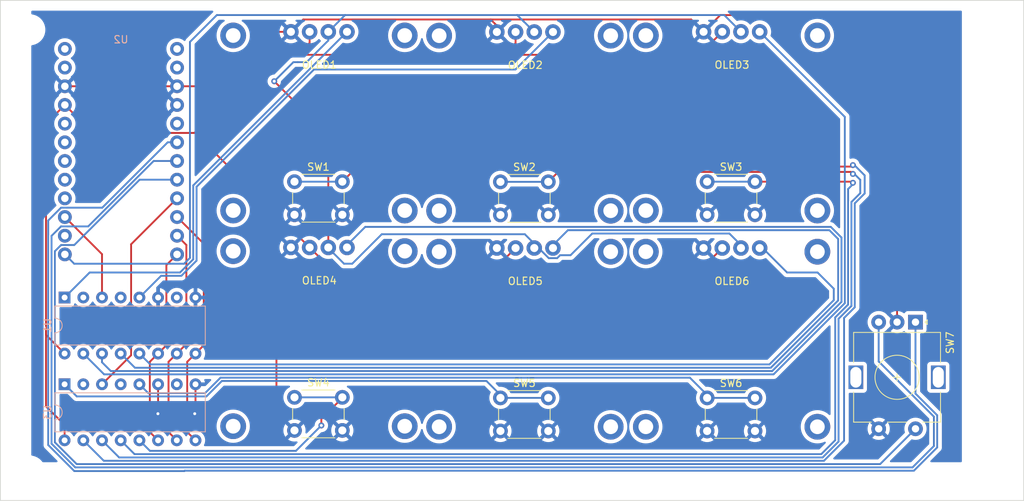
<source format=kicad_pcb>
(kicad_pcb (version 20211014) (generator pcbnew)
  (layers (0 "F.Cu" signal) (31 "B.Cu" signal) (34 "B.Paste" user) (35 "F.Paste" user) (36 "B.SilkS" user "B.Silkscreen") (37 "F.SilkS" user "F.Silkscreen") (38 "B.Mask" user) (39 "F.Mask" user) (44 "Edge.Cuts" user))
  (net 0 "")
  (net 1 "GND")
  (net 2 "3v3")
  (net 3 "SCL")
  (net 4 "OLED_SDA_1")
  (net 5 "OLED_SDA_2")
  (net 6 "OLED_SDA_3")
  (net 7 "OLED_SDA_4")
  (net 8 "OLED_SDA_5")
  (net 9 "OLED_SDA_6")
  (net 10 "SW_1")
  (net 11 "SW_2")
  (net 12 "SW_3")
  (net 13 "SW_4")
  (net 14 "SW_5")
  (net 15 "SW_6")
  (net 16 "ROTARY_A")
  (net 17 "ROTARY_B")
  (net 18 "ROTARY_SW")
  (net 20 "OLED_SDA")
  (net 23 "ADDR2")
  (net 24 "ADDR1")
  (net 25 "ADDR0")
  (net 29 "SWITCH_SIG")
  (footprint "Button_Switch_THT:SW_PUSH_6mm_H4.3mm" (layer "F.Cu") (at 117.95 60.65)
    (fp_text reference "SW1" (at 3.25 -2) (layer "F.SilkS"))
    (fp_text value "SW_SPST")
    (fp_line (start 5.5 -1) (end 1 -1) (layer "F.SilkS") (width 0.12))
    (fp_line (start 6.75 3) (end 6.75 1.5) (layer "F.SilkS") (width 0.12))
    (fp_line (start 1 5.5) (end 5.5 5.5) (layer "F.SilkS") (width 0.12))
    (fp_line (start -0.25 1.5) (end -0.25 3) (layer "F.SilkS") (width 0.12))
    (pad "1" thru_hole circle (at 0 0 90) (size 2 2) (drill 1.1) (layers *.Cu *.Mask) (net 10 "SW_1"))
    (pad "1" thru_hole circle (at 6.5 0 90) (size 2 2) (drill 1.1) (layers *.Cu *.Mask) (net 10 "SW_1"))
    (pad "2" thru_hole circle (at 6.5 4.5 90) (size 2 2) (drill 1.1) (layers *.Cu *.Mask) (net 1 "GND"))
    (pad "2" thru_hole circle (at 0 4.5 90) (size 2 2) (drill 1.1) (layers *.Cu *.Mask) (net 1 "GND"))
  )
  (footprint "MountingHole:MountingHole_3.2mm_M3" (layer "F.Cu") (at 82 100)
    (fp_text reference "REF**" hide)
    (fp_text value "MountingHole_3.2mm_M3" hide)
    (pad "" np_thru_hole circle (at 0 0) (size 3.2 3.2) (drill 3.2) (layers F&B.Cu *.Mask))
  )
  (footprint "MountingHole:MountingHole_3.2mm_M3" (layer "F.Cu") (at 82 40)
    (fp_text reference "REF**" hide)
    (fp_text value "MountingHole_3.2mm_M3" hide)
    (pad "" np_thru_hole circle (at 0 0) (size 3.2 3.2) (drill 3.2) (layers F&B.Cu *.Mask))
  )
  (footprint "Custom:SSD1306_0.96in" (layer "F.Cu") (at 135.6 38.8)
    (fp_text reference "OLED2" (at 13.7 6 unlocked) (layer "F.SilkS"))
    (fp_text value "ssd1306_0.96in")
    (pad "" np_thru_hole circle (at 25.3 25.8) (size 3.5 3.5) (drill 2) (layers F&B.Cu *.Mask))
    (pad "" np_thru_hole circle (at 2 2) (size 3.5 3.5) (drill 2) (layers F&B.Cu *.Mask))
    (pad "" np_thru_hole circle (at 2 25.8) (size 3.5 3.5) (drill 2) (layers F&B.Cu *.Mask))
    (pad "" np_thru_hole circle (at 25.3 2) (size 3.5 3.5) (drill 2) (layers F&B.Cu *.Mask))
    (pad "1" thru_hole circle (at 9.84 1.5) (size 2.1 2.1) (drill 1.1) (layers *.Mask "F.Cu" "In1.Cu" "B.Cu") (net 1 "GND"))
    (pad "2" thru_hole circle (at 12.38 1.5) (size 2.1 2.1) (drill 1.1) (layers *.Mask "F.Cu" "In1.Cu" "B.Cu") (net 2 "3v3"))
    (pad "3" thru_hole circle (at 14.92 1.5) (size 2.1 2.1) (drill 1.1) (layers *.Mask "F.Cu" "In1.Cu" "B.Cu") (net 3 "SCL"))
    (pad "4" thru_hole circle (at 17.46 1.5) (size 2.1 2.1) (drill 1.1) (layers *.Mask "F.Cu" "In1.Cu" "B.Cu") (net 5 "OLED_SDA_2"))
  )
  (footprint "Custom:SSD1306_0.96in" (layer "F.Cu") (at 107.625 68.1)
    (fp_text reference "OLED4" (at 13.7 6 unlocked) (layer "F.SilkS"))
    (fp_text value "ssd1306_0.96in")
    (pad "" np_thru_hole circle (at 2 2) (size 3.5 3.5) (drill 2) (layers F&B.Cu *.Mask))
    (pad "" np_thru_hole circle (at 25.3 25.8) (size 3.5 3.5) (drill 2) (layers F&B.Cu *.Mask))
    (pad "" np_thru_hole circle (at 2 25.8) (size 3.5 3.5) (drill 2) (layers F&B.Cu *.Mask))
    (pad "" np_thru_hole circle (at 25.3 2) (size 3.5 3.5) (drill 2) (layers F&B.Cu *.Mask))
    (pad "1" thru_hole circle (at 9.84 1.5) (size 2.1 2.1) (drill 1.1) (layers *.Mask "F.Cu" "In1.Cu" "B.Cu") (net 1 "GND"))
    (pad "2" thru_hole circle (at 12.38 1.5) (size 2.1 2.1) (drill 1.1) (layers *.Mask "F.Cu" "In1.Cu" "B.Cu") (net 2 "3v3"))
    (pad "3" thru_hole circle (at 14.92 1.5) (size 2.1 2.1) (drill 1.1) (layers *.Mask "F.Cu" "In1.Cu" "B.Cu") (net 3 "SCL"))
    (pad "4" thru_hole circle (at 17.46 1.5) (size 2.1 2.1) (drill 1.1) (layers *.Mask "F.Cu" "In1.Cu" "B.Cu") (net 7 "OLED_SDA_4"))
  )
  (footprint "Custom:SSD1306_0.96in" (layer "F.Cu") (at 163.675 38.775)
    (fp_text reference "OLED3" (at 13.7 6 unlocked) (layer "F.SilkS"))
    (fp_text value "ssd1306_0.96in")
    (pad "" np_thru_hole circle (at 25.3 2) (size 3.5 3.5) (drill 2) (layers F&B.Cu *.Mask))
    (pad "" np_thru_hole circle (at 2 2) (size 3.5 3.5) (drill 2) (layers F&B.Cu *.Mask))
    (pad "" np_thru_hole circle (at 25.3 25.8) (size 3.5 3.5) (drill 2) (layers F&B.Cu *.Mask))
    (pad "" np_thru_hole circle (at 2 25.8) (size 3.5 3.5) (drill 2) (layers F&B.Cu *.Mask))
    (pad "1" thru_hole circle (at 9.84 1.5) (size 2.1 2.1) (drill 1.1) (layers *.Mask "F.Cu" "In1.Cu" "B.Cu") (net 1 "GND"))
    (pad "2" thru_hole circle (at 12.38 1.5) (size 2.1 2.1) (drill 1.1) (layers *.Mask "F.Cu" "In1.Cu" "B.Cu") (net 2 "3v3"))
    (pad "3" thru_hole circle (at 14.92 1.5) (size 2.1 2.1) (drill 1.1) (layers *.Mask "F.Cu" "In1.Cu" "B.Cu") (net 3 "SCL"))
    (pad "4" thru_hole circle (at 17.46 1.5) (size 2.1 2.1) (drill 1.1) (layers *.Mask "F.Cu" "In1.Cu" "B.Cu") (net 6 "OLED_SDA_3"))
  )
  (footprint "Custom:SSD1306_0.96in" (layer "F.Cu") (at 163.675 68.175)
    (fp_text reference "OLED6" (at 13.7 6 unlocked) (layer "F.SilkS"))
    (fp_text value "ssd1306_0.96in")
    (pad "" np_thru_hole circle (at 25.3 25.8) (size 3.5 3.5) (drill 2) (layers F&B.Cu *.Mask))
    (pad "" np_thru_hole circle (at 25.3 2) (size 3.5 3.5) (drill 2) (layers F&B.Cu *.Mask))
    (pad "" np_thru_hole circle (at 2 25.8) (size 3.5 3.5) (drill 2) (layers F&B.Cu *.Mask))
    (pad "" np_thru_hole circle (at 2 2) (size 3.5 3.5) (drill 2) (layers F&B.Cu *.Mask))
    (pad "1" thru_hole circle (at 9.84 1.5) (size 2.1 2.1) (drill 1.1) (layers *.Mask "F.Cu" "In1.Cu" "B.Cu") (net 1 "GND"))
    (pad "2" thru_hole circle (at 12.38 1.5) (size 2.1 2.1) (drill 1.1) (layers *.Mask "F.Cu" "In1.Cu" "B.Cu") (net 2 "3v3"))
    (pad "3" thru_hole circle (at 14.92 1.5) (size 2.1 2.1) (drill 1.1) (layers *.Mask "F.Cu" "In1.Cu" "B.Cu") (net 3 "SCL"))
    (pad "4" thru_hole circle (at 17.46 1.5) (size 2.1 2.1) (drill 1.1) (layers *.Mask "F.Cu" "In1.Cu" "B.Cu") (net 9 "OLED_SDA_6"))
  )
  (footprint "Button_Switch_THT:SW_PUSH_6mm_H4.3mm" (layer "F.Cu") (at 145.925 60.675)
    (fp_text reference "SW2" (at 3.25 -2) (layer "F.SilkS"))
    (fp_text value "SW_SPST")
    (fp_line (start 1 5.5) (end 5.5 5.5) (layer "F.SilkS") (width 0.12))
    (fp_line (start 5.5 -1) (end 1 -1) (layer "F.SilkS") (width 0.12))
    (fp_line (start 6.75 3) (end 6.75 1.5) (layer "F.SilkS") (width 0.12))
    (fp_line (start -0.25 1.5) (end -0.25 3) (layer "F.SilkS") (width 0.12))
    (pad "1" thru_hole circle (at 0 0 90) (size 2 2) (drill 1.1) (layers *.Cu *.Mask) (net 11 "SW_2"))
    (pad "1" thru_hole circle (at 6.5 0 90) (size 2 2) (drill 1.1) (layers *.Cu *.Mask) (net 11 "SW_2"))
    (pad "2" thru_hole circle (at 0 4.5 90) (size 2 2) (drill 1.1) (layers *.Cu *.Mask) (net 1 "GND"))
    (pad "2" thru_hole circle (at 6.5 4.5 90) (size 2 2) (drill 1.1) (layers *.Cu *.Mask) (net 1 "GND"))
  )
  (footprint "Button_Switch_THT:SW_PUSH_6mm_H4.3mm" (layer "F.Cu") (at 174 60.65)
    (fp_text reference "SW3" (at 3.25 -2) (layer "F.SilkS"))
    (fp_text value "SW_SPST")
    (fp_line (start 6.75 3) (end 6.75 1.5) (layer "F.SilkS") (width 0.12))
    (fp_line (start -0.25 1.5) (end -0.25 3) (layer "F.SilkS") (width 0.12))
    (fp_line (start 1 5.5) (end 5.5 5.5) (layer "F.SilkS") (width 0.12))
    (fp_line (start 5.5 -1) (end 1 -1) (layer "F.SilkS") (width 0.12))
    (pad "1" thru_hole circle (at 0 0 90) (size 2 2) (drill 1.1) (layers *.Cu *.Mask) (net 12 "SW_3"))
    (pad "1" thru_hole circle (at 6.5 0 90) (size 2 2) (drill 1.1) (layers *.Cu *.Mask) (net 12 "SW_3"))
    (pad "2" thru_hole circle (at 6.5 4.5 90) (size 2 2) (drill 1.1) (layers *.Cu *.Mask) (net 1 "GND"))
    (pad "2" thru_hole circle (at 0 4.5 90) (size 2 2) (drill 1.1) (layers *.Cu *.Mask) (net 1 "GND"))
  )
  (footprint "MountingHole:MountingHole_3.2mm_M3" (layer "F.Cu") (at 213 99.8)
    (fp_text reference "REF**" hide)
    (fp_text value "MountingHole_3.2mm_M3" hide)
    (pad "" np_thru_hole circle (at 0 0) (size 3.2 3.2) (drill 3.2) (layers F&B.Cu *.Mask))
  )
  (footprint "Custom:SSD1306_0.96in" (layer "F.Cu") (at 135.6 68.175)
    (fp_text reference "OLED5" (at 13.7 6 unlocked) (layer "F.SilkS"))
    (fp_text value "ssd1306_0.96in")
    (pad "" np_thru_hole circle (at 2 2) (size 3.5 3.5) (drill 2) (layers F&B.Cu *.Mask))
    (pad "" np_thru_hole circle (at 25.3 2) (size 3.5 3.5) (drill 2) (layers F&B.Cu *.Mask))
    (pad "" np_thru_hole circle (at 25.3 25.8) (size 3.5 3.5) (drill 2) (layers F&B.Cu *.Mask))
    (pad "" np_thru_hole circle (at 2 25.8) (size 3.5 3.5) (drill 2) (layers F&B.Cu *.Mask))
    (pad "1" thru_hole circle (at 9.84 1.5) (size 2.1 2.1) (drill 1.1) (layers *.Mask "F.Cu" "In1.Cu" "B.Cu") (net 1 "GND"))
    (pad "2" thru_hole circle (at 12.38 1.5) (size 2.1 2.1) (drill 1.1) (layers *.Mask "F.Cu" "In1.Cu" "B.Cu") (net 2 "3v3"))
    (pad "3" thru_hole circle (at 14.92 1.5) (size 2.1 2.1) (drill 1.1) (layers *.Mask "F.Cu" "In1.Cu" "B.Cu") (net 3 "SCL"))
    (pad "4" thru_hole circle (at 17.46 1.5) (size 2.1 2.1) (drill 1.1) (layers *.Mask "F.Cu" "In1.Cu" "B.Cu") (net 8 "OLED_SDA_5"))
  )
  (footprint "Button_Switch_THT:SW_PUSH_6mm_H4.3mm" (layer "F.Cu") (at 174 90.05)
    (fp_text reference "SW6" (at 3.25 -2) (layer "F.SilkS"))
    (fp_text value "SW_SPST")
    (fp_line (start 5.5 -1) (end 1 -1) (layer "F.SilkS") (width 0.12))
    (fp_line (start 1 5.5) (end 5.5 5.5) (layer "F.SilkS") (width 0.12))
    (fp_line (start -0.25 1.5) (end -0.25 3) (layer "F.SilkS") (width 0.12))
    (fp_line (start 6.75 3) (end 6.75 1.5) (layer "F.SilkS") (width 0.12))
    (pad "1" thru_hole circle (at 6.5 0 90) (size 2 2) (drill 1.1) (layers *.Cu *.Mask) (net 15 "SW_6"))
    (pad "1" thru_hole circle (at 0 0 90) (size 2 2) (drill 1.1) (layers *.Cu *.Mask) (net 15 "SW_6"))
    (pad "2" thru_hole circle (at 6.5 4.5 90) (size 2 2) (drill 1.1) (layers *.Cu *.Mask) (net 1 "GND"))
    (pad "2" thru_hole circle (at 0 4.5 90) (size 2 2) (drill 1.1) (layers *.Cu *.Mask) (net 1 "GND"))
  )
  (footprint "MountingHole:MountingHole_3.2mm_M3" (layer "F.Cu") (at 213 39.8)
    (fp_text reference "REF**" hide)
    (fp_text value "MountingHole_3.2mm_M3" hide)
    (pad "" np_thru_hole circle (at 0 0) (size 3.2 3.2) (drill 3.2) (layers *.Cu *.Mask))
  )
  (footprint "Button_Switch_THT:SW_PUSH_6mm_H4.3mm" (layer "F.Cu") (at 145.925 90.05)
    (fp_text reference "SW5" (at 3.25 -2) (layer "F.SilkS"))
    (fp_text value "SW_SPST")
    (fp_line (start 5.5 -1) (end 1 -1) (layer "F.SilkS") (width 0.12))
    (fp_line (start 6.75 3) (end 6.75 1.5) (layer "F.SilkS") (width 0.12))
    (fp_line (start -0.25 1.5) (end -0.25 3) (layer "F.SilkS") (width 0.12))
    (fp_line (start 1 5.5) (end 5.5 5.5) (layer "F.SilkS") (width 0.12))
    (pad "1" thru_hole circle (at 0 0 90) (size 2 2) (drill 1.1) (layers *.Cu *.Mask) (net 14 "SW_5"))
    (pad "1" thru_hole circle (at 6.5 0 90) (size 2 2) (drill 1.1) (layers *.Cu *.Mask) (net 14 "SW_5"))
    (pad "2" thru_hole circle (at 0 4.5 90) (size 2 2) (drill 1.1) (layers *.Cu *.Mask) (net 1 "GND"))
    (pad "2" thru_hole circle (at 6.5 4.5 90) (size 2 2) (drill 1.1) (layers *.Cu *.Mask) (net 1 "GND"))
  )
  (footprint "Button_Switch_THT:SW_PUSH_6mm_H4.3mm" (layer "F.Cu") (at 117.95 89.975)
    (fp_text reference "SW4" (at 3.25 -2) (layer "F.SilkS"))
    (fp_text value "SW_SPST")
    (fp_line (start 5.5 -1) (end 1 -1) (layer "F.SilkS") (width 0.12))
    (fp_line (start 1 5.5) (end 5.5 5.5) (layer "F.SilkS") (width 0.12))
    (fp_line (start 6.75 3) (end 6.75 1.5) (layer "F.SilkS") (width 0.12))
    (fp_line (start -0.25 1.5) (end -0.25 3) (layer "F.SilkS") (width 0.12))
    (pad "1" thru_hole circle (at 6.5 0 90) (size 2 2) (drill 1.1) (layers *.Cu *.Mask) (net 13 "SW_4"))
    (pad "1" thru_hole circle (at 0 0 90) (size 2 2) (drill 1.1) (layers *.Cu *.Mask) (net 13 "SW_4"))
    (pad "2" thru_hole circle (at 6.5 4.5 90) (size 2 2) (drill 1.1) (layers *.Cu *.Mask) (net 1 "GND"))
    (pad "2" thru_hole circle (at 0 4.5 90) (size 2 2) (drill 1.1) (layers *.Cu *.Mask) (net 1 "GND"))
  )
  (footprint "Custom:SSD1306_0.96in" (layer "F.Cu") (at 107.625 38.775)
    (fp_text reference "OLED1" (at 13.7 6 unlocked) (layer "F.SilkS"))
    (fp_text value "ssd1306_0.96in")
    (pad "" np_thru_hole circle (at 25.3 25.8) (size 3.5 3.5) (drill 2) (layers F&B.Cu *.Mask))
    (pad "" np_thru_hole circle (at 25.3 2) (size 3.5 3.5) (drill 2) (layers F&B.Cu *.Mask))
    (pad "" np_thru_hole circle (at 2 2) (size 3.5 3.5) (drill 2) (layers F&B.Cu *.Mask))
    (pad "" np_thru_hole circle (at 2 25.8) (size 3.5 3.5) (drill 2) (layers F&B.Cu *.Mask))
    (pad "1" thru_hole circle (at 9.84 1.5) (size 2.1 2.1) (drill 1.1) (layers *.Mask "F.Cu" "In1.Cu" "B.Cu") (net 1 "GND"))
    (pad "2" thru_hole circle (at 12.38 1.5) (size 2.1 2.1) (drill 1.1) (layers *.Mask "F.Cu" "In1.Cu" "B.Cu") (net 2 "3v3"))
    (pad "3" thru_hole circle (at 14.92 1.5) (size 2.1 2.1) (drill 1.1) (layers *.Mask "F.Cu" "In1.Cu" "B.Cu") (net 3 "SCL"))
    (pad "4" thru_hole circle (at 17.46 1.5) (size 2.1 2.1) (drill 1.1) (layers *.Mask "F.Cu" "In1.Cu" "B.Cu") (net 4 "OLED_SDA_1"))
  )
  (footprint "Rotary_Encoder:RotaryEncoder_Alps_EC11E-Switch_Vertical_H20mm" (layer "F.Cu") (at 202.3 79.75 -90)
    (fp_text reference "SW7" (at 2.8 -4.7 90) (layer "F.SilkS"))
    (fp_text value "RotaryEncoder_Switch")
    (fp_line (start 1.4 -3.4) (end 1.4 8.4) (layer "F.SilkS") (width 0.12))
    (fp_line (start 9.5 -3.4) (end 13.6 -3.4) (layer "F.SilkS") (width 0.12))
    (fp_line (start 13.6 6) (end 13.6 8.4) (layer "F.SilkS") (width 0.12))
    (fp_line (start 7 2.5) (end 8 2.5) (layer "F.SilkS") (width 0.12))
    (fp_line (start 13.6 1.2) (end 13.6 3.8) (layer "F.SilkS") (width 0.12))
    (fp_line (start 5.5 -3.4) (end 1.4 -3.4) (layer "F.SilkS") (width 0.12))
    (fp_line (start -0.3 -1.6) (end 0.3 -1.6) (layer "F.SilkS") (width 0.12))
    (fp_line (start 13.6 8.4) (end 9.5 8.4) (layer "F.SilkS") (width 0.12))
    (fp_line (start 5.5 8.4) (end 1.4 8.4) (layer "F.SilkS") (width 0.12))
    (fp_line (start 7.5 2) (end 7.5 3) (layer "F.SilkS") (width 0.12))
    (fp_line (start 0 -1.3) (end -0.3 -1.6) (layer "F.SilkS") (width 0.12))
    (fp_line (start 0.3 -1.6) (end 0 -1.3) (layer "F.SilkS") (width 0.12))
    (fp_line (start 13.6 -3.4) (end 13.6 -1) (layer "F.SilkS") (width 0.12))
    (fp_circle (center 7.5 2.5) (end 10.5 2.5) (layer "F.SilkS") (width 0.12) (fill none))
    (pad "A" thru_hole rect (at 0 0 270) (size 2 2) (drill 1) (layers *.Cu *.Mask) (net 16 "ROTARY_A"))
    (pad "B" thru_hole circle (at 0 5 270) (size 2 2) (drill 1) (layers *.Cu *.Mask) (net 17 "ROTARY_B"))
    (pad "C" thru_hole circle (at 0 2.5 270) (size 2 2) (drill 1) (layers *.Cu *.Mask) (net 1 "GND"))
    (pad "MP" thru_hole rect (at 7.5 8.1 270) (size 3.2 2) (drill oval 2.8 1.5) (layers *.Cu *.Mask))
    (pad "MP" thru_hole rect (at 7.5 -3.1 270) (size 3.2 2) (drill oval 2.8 1.5) (layers *.Cu *.Mask))
    (pad "S1" thru_hole circle (at 14.5 5 270) (size 2 2) (drill 1) (layers *.Cu *.Mask) (net 1 "GND"))
    (pad "S2" thru_hole circle (at 14.5 0 270) (size 2 2) (drill 1) (layers *.Cu *.Mask) (net 18 "ROTARY_SW"))
  )
  (footprint "Package_DIP:DIP-16_W7.62mm" (layer "B.Cu") (at 86.725 76.4 -90)
    (fp_text reference "U1" (at 3.81 2.33 90) (layer "B.SilkS") (effects (justify mirror)))
    (fp_text value "74HC4051")
    (fp_line (start 2.81 1.33) (end 1.16 1.33) (layer "B.SilkS") (width 0.12))
    (fp_line (start 1.16 1.33) (end 1.16 -19.11) (layer "B.SilkS") (width 0.12))
    (fp_line (start 1.16 -19.11) (end 6.46 -19.11) (layer "B.SilkS") (width 0.12))
    (fp_line (start 6.46 -19.11) (end 6.46 1.33) (layer "B.SilkS") (width 0.12))
    (fp_line (start 6.46 1.33) (end 4.81 1.33) (layer "B.SilkS") (width 0.12))
    (fp_arc (start 2.81 1.33) (mid 3.81 0.33) (end 4.81 1.33) (layer "B.SilkS") (width 0.12))
    (pad "1" thru_hole rect (at 0 0 270) (size 1.6 1.6) (drill 0.8) (layers *.Cu *.Mask) (net 4 "OLED_SDA_1"))
    (pad "2" thru_hole oval (at 0 -2.54 270) (size 1.6 1.6) (drill 0.8) (layers *.Cu *.Mask))
    (pad "3" thru_hole oval (at 0 -5.08 270) (size 1.6 1.6) (drill 0.8) (layers *.Cu *.Mask) (net 20 "OLED_SDA"))
    (pad "4" thru_hole oval (at 0 -7.62 270) (size 1.6 1.6) (drill 0.8) (layers *.Cu *.Mask))
    (pad "5" thru_hole oval (at 0 -10.16 270) (size 1.6 1.6) (drill 0.8) (layers *.Cu *.Mask) (net 5 "OLED_SDA_2"))
    (pad "6" thru_hole oval (at 0 -12.7 270) (size 1.6 1.6) (drill 0.8) (layers *.Cu *.Mask) (net 1 "GND"))
    (pad "7" thru_hole oval (at 0 -15.24 270) (size 1.6 1.6) (drill 0.8) (layers *.Cu *.Mask))
    (pad "8" thru_hole oval (at 0 -17.78 270) (size 1.6 1.6) (drill 0.8) (layers *.Cu *.Mask) (net 1 "GND"))
    (pad "9" thru_hole oval (at 7.62 -17.78 270) (size 1.6 1.6) (drill 0.8) (layers *.Cu *.Mask) (net 23 "ADDR2"))
    (pad "10" thru_hole oval (at 7.62 -15.24 270) (size 1.6 1.6) (drill 0.8) (layers *.Cu *.Mask) (net 24 "ADDR1"))
    (pad "11" thru_hole oval (at 7.62 -12.7 270) (size 1.6 1.6) (drill 0.8) (layers *.Cu *.Mask) (net 25 "ADDR0"))
    (pad "12" thru_hole oval (at 7.62 -10.16 270) (size 1.6 1.6) (drill 0.8) (layers *.Cu *.Mask) (net 9 "OLED_SDA_6"))
    (pad "13" thru_hole oval (at 7.62 -7.62 270) (size 1.6 1.6) (drill 0.8) (layers *.Cu *.Mask) (net 8 "OLED_SDA_5"))
    (pad "14" thru_hole oval (at 7.62 -5.08 270) (size 1.6 1.6) (drill 0.8) (layers *.Cu *.Mask) (net 7 "OLED_SDA_4"))
    (pad "15" thru_hole oval (at 7.62 -2.54 270) (size 1.6 1.6) (drill 0.8) (layers *.Cu *.Mask) (net 6 "OLED_SDA_3"))
    (pad "16" thru_hole oval (at 7.62 0 270) (size 1.6 1.6) (drill 0.8) (layers *.Cu *.Mask) (net 2 "3v3"))
  )
  (footprint "Package_DIP:DIP-16_W7.62mm" (layer "B.Cu") (at 86.725 88.2 -90)
    (fp_text reference "U3" (at 3.81 2.33 90) (layer "B.SilkS") (effects (justify mirror)))
    (fp_text value "74HC4051")
    (fp_line (start 2.81 1.33) (end 1.16 1.33) (layer "B.SilkS") (width 0.12))
    (fp_line (start 6.46 1.33) (end 4.81 1.33) (layer "B.SilkS") (width 0.12))
    (fp_line (start 1.16 1.33) (end 1.16 -19.11) (layer "B.SilkS") (width 0.12))
    (fp_line (start 1.16 -19.11) (end 6.46 -19.11) (layer "B.SilkS") (width 0.12))
    (fp_line (start 6.46 -19.11) (end 6.46 1.33) (layer "B.SilkS") (width 0.12))
    (fp_arc (start 2.81 1.33) (mid 3.81 0.33) (end 4.81 1.33) (layer "B.SilkS") (width 0.12))
    (pad "1" thru_hole rect (at 0 0 270) (size 1.6 1.6) (drill 0.8) (layers *.Cu *.Mask) (net 14 "SW_5"))
    (pad "2" thru_hole oval (at 0 -2.54 270) (size 1.6 1.6) (drill 0.8) (layers *.Cu *.Mask))
    (pad "3" thru_hole oval (at 0 -5.08 270) (size 1.6 1.6) (drill 0.8) (layers *.Cu *.Mask) (net 29 "SWITCH_SIG"))
    (pad "4" thru_hole oval (at 0 -7.62 270) (size 1.6 1.6) (drill 0.8) (layers *.Cu *.Mask))
    (pad "5" thru_hole oval (at 0 -10.16 270) (size 1.6 1.6) (drill 0.8) (layers *.Cu *.Mask) (net 15 "SW_6"))
    (pad "6" thru_hole oval (at 0 -12.7 270) (size 1.6 1.6) (drill 0.8) (layers *.Cu *.Mask) (net 1 "GND"))
    (pad "7" thru_hole oval (at 0 -15.24 270) (size 1.6 1.6) (drill 0.8) (layers *.Cu *.Mask))
    (pad "8" thru_hole oval (at 0 -17.78 270) (size 1.6 1.6) (drill 0.8) (layers *.Cu *.Mask) (net 1 "GND"))
    (pad "9" thru_hole oval (at 7.62 -17.78 270) (size 1.6 1.6) (drill 0.8) (layers *.Cu *.Mask) (net 23 "ADDR2"))
    (pad "10" thru_hole oval (at 7.62 -15.24 270) (size 1.6 1.6) (drill 0.8) (layers *.Cu *.Mask) (net 24 "ADDR1"))
    (pad "11" thru_hole oval (at 7.62 -12.7 270) (size 1.6 1.6) (drill 0.8) (layers *.Cu *.Mask) (net 25 "ADDR0"))
    (pad "12" thru_hole oval (at 7.62 -10.16 270) (size 1.6 1.6) (drill 0.8) (layers *.Cu *.Mask) (net 13 "SW_4"))
    (pad "13" thru_hole oval (at 7.62 -7.62 270) (size 1.6 1.6) (drill 0.8) (layers *.Cu *.Mask) (net 12 "SW_3"))
    (pad "14" thru_hole oval (at 7.62 -5.08 270) (size 1.6 1.6) (drill 0.8) (layers *.Cu *.Mask) (net 11 "SW_2"))
    (pad "15" thru_hole oval (at 7.62 -2.54 270) (size 1.6 1.6) (drill 0.8) (layers *.Cu *.Mask) (net 10 "SW_1"))
    (pad "16" thru_hole oval (at 7.62 0 270) (size 1.6 1.6) (drill 0.8) (layers *.Cu *.Mask) (net 2 "3v3"))
  )
  (footprint "Custom:Sparkfun Pro Micro - RP2040" (layer "B.Cu") (at 102 42.6 180)
    (fp_text reference "U2" (at 7.62 1.27 unlocked) (layer "B.SilkS") (effects (justify mirror)))
    (fp_text value "SparkFun_Pro_Micro_-_RP2040")
    (pad "1" thru_hole circle (at 0 0 180) (size 1.8796 1.8796) (drill 1.016) (layers *.Mask "F.Cu" "In1.Cu" "B.Cu"))
    (pad "2" thru_hole circle (at 0 -2.54 180) (size 1.8796 1.8796) (drill 1.016) (layers *.Mask "F.Cu" "In1.Cu" "B.Cu"))
    (pad "3" thru_hole circle (at 0 -5.08 180) (size 1.8796 1.8796) (drill 1.016) (layers *.Mask "F.Cu" "In1.Cu" "B.Cu") (net 1 "GND"))
    (pad "4" thru_hole circle (at 0 -7.62 180) (size 1.8796 1.8796) (drill 1.016) (layers *.Mask "F.Cu" "In1.Cu" "B.Cu") (net 1 "GND"))
    (pad "5" thru_hole circle (at 0 -10.16 180) (size 1.8796 1.8796) (drill 1.016) (layers *.Mask "F.Cu" "In1.Cu" "B.Cu"))
    (pad "6" thru_hole circle (at 0 -12.7 180) (size 1.8796 1.8796) (drill 1.016) (layers *.Mask "F.Cu" "In1.Cu" "B.Cu") (net 16 "ROTARY_A"))
    (pad "7" thru_hole circle (at 0 -15.24 180) (size 1.8796 1.8796) (drill 1.016) (layers *.Mask "F.Cu" "In1.Cu" "B.Cu") (net 17 "ROTARY_B"))
    (pad "8" thru_hole circle (at 0 -17.78 180) (size 1.8796 1.8796) (drill 1.016) (layers *.Mask "F.Cu" "In1.Cu" "B.Cu") (net 18 "ROTARY_SW"))
    (pad "9" thru_hole circle (at 0 -20.32 180) (size 1.8796 1.8796) (drill 1.016) (layers *.Mask "F.Cu" "In1.Cu" "B.Cu") (net 29 "SWITCH_SIG"))
    (pad "10" thru_hole circle (at 0 -22.86 180) (size 1.8796 1.8796) (drill 1.016) (layers *.Mask "F.Cu" "In1.Cu" "B.Cu") (net 23 "ADDR2"))
    (pad "11" thru_hole circle (at 0 -25.4 180) (size 1.8796 1.8796) (drill 1.016) (layers *.Mask "F.Cu" "In1.Cu" "B.Cu") (net 24 "ADDR1"))
    (pad "12" thru_hole circle (at 0 -27.94 180) (size 1.8796 1.8796) (drill 1.016) (layers *.Mask "F.Cu" "In1.Cu" "B.Cu") (net 25 "ADDR0"))
    (pad "13" thru_hole circle (at 15.24 -27.94 180) (size 1.8796 1.8796) (drill 1.016) (layers *.Mask "F.Cu" "In1.Cu" "B.Cu") (net 3 "SCL"))
    (pad "14" thru_hole circle (at 15.24 -25.4 180) (size 1.8796 1.8796) (drill 1.016) (layers *.Mask "F.Cu" "In1.Cu" "B.Cu"))
    (pad "15" thru_hole circle (at 15.24 -22.86 180) (size 1.8796 1.8796) (drill 1.016) (layers *.Mask "F.Cu" "In1.Cu" "B.Cu") (net 20 "OLED_SDA"))
    (pad "16" thru_hole circle (at 15.24 -20.32 180) (size 1.8796 1.8796) (drill 1.016) (layers *.Mask "F.Cu" "In1.Cu" "B.Cu"))
    (pad "17" thru_hole circle (at 15.24 -17.78 180) (size 1.8796 1.8796) (drill 1.016) (layers *.Mask "F.Cu" "In1.Cu" "B.Cu"))
    (pad "18" thru_hole circle (at 15.24 -15.24 180) (size 1.8796 1.8796) (drill 1.016) (layers *.Mask "F.Cu" "In1.Cu" "B.Cu"))
    (pad "19" thru_hole circle (at 15.24 -12.7 180) (size 1.8796 1.8796) (drill 1.016) (layers *.Mask "F.Cu" "In1.Cu" "B.Cu"))
    (pad "20" thru_hole circle (at 15.24 -10.16 180) (size 1.8796 1.8796) (drill 1.016) (layers *.Mask "F.Cu" "In1.Cu" "B.Cu"))
    (pad "21" thru_hole circle (at 15.24 -7.62 180) (size 1.8796 1.8796) (drill 1.016) (layers *.Mask "F.Cu" "In1.Cu" "B.Cu") (net 2 "3v3"))
    (pad "22" thru_hole circle (at 15.24 -5.08 180) (size 1.8796 1.8796) (drill 1.016) (layers *.Mask "F.Cu" "In1.Cu" "B.Cu") (net 1 "GND"))
    (pad "23" thru_hole circle (at 15.24 -2.54 180) (size 1.8796 1.8796) (drill 1.016) (layers *.Mask "F.Cu" "In1.Cu" "B.Cu"))
    (pad "24" thru_hole circle (at 15.24 0 180) (size 1.8796 1.8796) (drill 1.016) (layers *.Mask "F.Cu" "In1.Cu" "B.Cu"))
  )
  (gr_rect (start 78 36) (end 217 104) (layer "Edge.Cuts") (width 0.1) (fill none))
  (segment (start 99.425 88.2) (end 99.425 92.175) (width 0.25) (layer "F.Cu") (net 1))
  (segment (start 104.505 92.095) (end 104.4 92.2) (width 0.25) (layer "F.Cu") (net 1))
  (segment (start 114.6 91.2) (end 115.5 92.1) (width 0.25) (layer "F.Cu") (net 1))
  (segment (start 199.8 43.4) (end 199.8 79.75) (width 0.25) (layer "F.Cu") (net 1))
  (segment (start 175.79 38) (end 194.4 38) (width 0.25) (layer "F.Cu") (net 1))
  (segment (start 145.44 39.44) (end 145.44 40.3) (width 0.25) (layer "F.Cu") (net 1))
  (segment (start 194.4 38) (end 199.8 43.4) (width 0.25) (layer "F.Cu") (net 1))
  (segment (start 107.2 91.2) (end 114.6 91.2) (width 0.25) (layer "F.Cu") (net 1))
  (segment (start 104.5 92.1) (end 106.3 92.1) (width 0.25) (layer "F.Cu") (net 1))
  (segment (start 99.425 92.175) (end 99.4 92.2) (width 0.25) (layer "F.Cu") (net 1))
  (segment (start 108.12 47.68) (end 102 47.68) (width 0.25) (layer "F.Cu") (net 1))
  (segment (start 171.84 38.6) (end 144.6 38.6) (width 0.25) (layer "F.Cu") (net 1))
  (segment (start 144.6 38.6) (end 145.44 39.44) (width 0.25) (layer "F.Cu") (net 1))
  (segment (start 104.505 88.2) (end 104.505 92.095) (width 0.25) (layer "F.Cu") (net 1))
  (segment (start 117.465 40.275) (end 115.525 40.275) (width 0.25) (layer "F.Cu") (net 1))
  (segment (start 117.465 40.275) (end 119.14 38.6) (width 0.25) (layer "F.Cu") (net 1))
  (segment (start 173.515 40.275) (end 171.84 38.6) (width 0.25) (layer "F.Cu") (net 1))
  (segment (start 104.4 92.2) (end 104.5 92.1) (width 0.25) (layer "F.Cu") (net 1))
  (segment (start 115.525 40.275) (end 108.12 47.68) (width 0.25) (layer "F.Cu") (net 1))
  (segment (start 119.14 38.6) (end 144.6 38.6) (width 0.25) (layer "F.Cu") (net 1))
  (segment (start 115.5 92.1) (end 115.5 71.64) (width 0.25) (layer "F.Cu") (net 1))
  (segment (start 106.3 92.1) (end 107.2 91.2) (width 0.25) (layer "F.Cu") (net 1))
  (segment (start 115.5 92.1) (end 117.95 94.55) (width 0.25) (layer "F.Cu") (net 1))
  (segment (start 102 47.68) (end 86.76 47.68) (width 0.25) (layer "F.Cu") (net 1))
  (segment (start 115.5 71.64) (end 117.465 69.675) (width 0.25) (layer "F.Cu") (net 1))
  (segment (start 173.515 40.275) (end 175.79 38) (width 0.25) (layer "F.Cu") (net 1))
  (via (at 99.4 92.2) (size 0.8) (drill 0.4) (layers "F.Cu" "B.Cu") (net 1))
  (via (at 104.4 92.2) (size 0.8) (drill 0.4) (layers "F.Cu" "B.Cu") (net 1))
  (segment (start 104.505 76.4) (end 110.74 76.4) (width 0.25) (layer "B.Cu") (net 1))
  (segment (start 99.4 92.2) (end 104.4 92.2) (width 0.25) (layer "B.Cu") (net 1))
  (segment (start 110.74 76.4) (end 117.465 69.675) (width 0.25) (layer "B.Cu") (net 1))
  (segment (start 104.6 92.2) (end 104.4 92.2) (width 0.25) (layer "B.Cu") (net 1))
  (segment (start 84.2 52.78) (end 86.76 50.22) (width 0.25) (layer "F.Cu") (net 2))
  (segment (start 86.725 95.82) (end 86.725 93.725) (width 0.25) (layer "F.Cu") (net 2))
  (segment (start 124.73 74.325) (end 120.005 69.6) (width 0.25) (layer "F.Cu") (net 2))
  (segment (start 171.33 74.4) (end 176.055 69.675) (width 0.25) (layer "F.Cu") (net 2))
  (segment (start 120.005 41.795) (end 118.4 43.4) (width 0.25) (layer "F.Cu") (net 2))
  (segment (start 84.2 91.2) (end 84.2 81) (width 0.25) (layer "F.Cu") (net 2))
  (segment (start 104.3548 54.0248) (end 90.5648 54.0248) (width 0.25) (layer "F.Cu") (net 2))
  (segment (start 86.725 93.725) (end 84.4 91.4) (width 0.25) (layer "F.Cu") (net 2))
  (segment (start 84.4 91.4) (end 84.2 91.2) (width 0.25) (layer "F.Cu") (net 2))
  (segment (start 172.93 43.4) (end 146.6 43.4) (width 0.25) (layer "F.Cu") (net 2))
  (segment (start 124.73 74.4) (end 124.73 74.325) (width 0.25) (layer "F.Cu") (net 2))
  (segment (start 86.725 84.02) (end 84.2 81.495) (width 0.25) (layer "F.Cu") (net 2))
  (segment (start 118.4 43.4) (end 146.6 43.4) (width 0.25) (layer "F.Cu") (net 2))
  (segment (start 90.5648 54.0248) (end 86.76 50.22) (width 0.25) (layer "F.Cu") (net 2))
  (segment (start 114.9796 43.4) (end 104.3548 54.0248) (width 0.25) (layer "F.Cu") (net 2))
  (segment (start 147.98 40.3) (end 147.98 41.82) (width 0.25) (layer "F.Cu") (net 2))
  (segment (start 114.9796 43.4) (end 118.4 43.4) (width 0.25) (layer "F.Cu") (net 2))
  (segment (start 143.255 74.4) (end 171.33 74.4) (width 0.25) (layer "F.Cu") (net 2))
  (segment (start 120.005 69.6) (end 104.4298 54.0248) (width 0.25) (layer "F.Cu") (net 2))
  (segment (start 124.73 74.4) (end 143.255 74.4) (width 0.25) (layer "F.Cu") (net 2))
  (segment (start 84.2 81) (end 84.2 52.78) (width 0.25) (layer "F.Cu") (net 2))
  (segment (start 146.6 43.4) (end 146.4 43.4) (width 0.25) (layer "F.Cu") (net 2))
  (segment (start 120.005 40.275) (end 120.005 41.795) (width 0.25) (layer "F.Cu") (net 2))
  (segment (start 147.98 41.82) (end 146.4 43.4) (width 0.25) (layer "F.Cu") (net 2))
  (segment (start 176.055 40.275) (end 172.93 43.4) (width 0.25) (layer "F.Cu") (net 2))
  (segment (start 84.2 81.495) (end 84.2 81) (width 0.25) (layer "F.Cu") (net 2))
  (segment (start 143.255 74.4) (end 147.98 69.675) (width 0.25) (layer "F.Cu") (net 2))
  (segment (start 104.4298 54.0248) (end 104.3548 54.0248) (width 0.25) (layer "F.Cu") (net 2))
  (segment (start 115.2 47) (end 122.545 54.345) (width 0.25) (layer "F.Cu") (net 3))
  (segment (start 122.545 54.345) (end 122.545 69.675) (width 0.25) (layer "F.Cu") (net 3))
  (via (at 115.2 47) (size 0.8) (drill 0.4) (layers "F.Cu" "B.Cu") (net 3))
  (segment (start 148.2 38) (end 124.82 38) (width 0.25) (layer "B.Cu") (net 3))
  (segment (start 149.12 38.9) (end 149.1 38.9) (width 0.25) (layer "B.Cu") (net 3))
  (segment (start 124.82 38) (end 122.545 40.275) (width 0.25) (layer "B.Cu") (net 3))
  (segment (start 149.1 38.9) (end 148.2 38) (width 0.25) (layer "B.Cu") (net 3))
  (segment (start 176.32 38) (end 178.595 40.275) (width 0.25) (layer "B.Cu") (net 3))
  (segment (start 125.8 71.8) (end 124.67 71.8) (width 0.25) (layer "B.Cu") (net 3))
  (segment (start 129.8 67.8) (end 125.8 71.8) (width 0.25) (layer "B.Cu") (net 3))
  (segment (start 149.240456 67.8) (end 129.8 67.8) (width 0.25) (layer "B.Cu") (net 3))
  (segment (start 178.595 69.275) (end 177.02 67.7) (width 0.25) (layer "B.Cu") (net 3))
  (segment (start 154.029544 70.65) (end 153.629544 71.05) (width 0.25) (layer "B.Cu") (net 3))
  (segment (start 117.8 44.4) (end 115.2 47) (width 0.25) (layer "B.Cu") (net 3))
  (segment (start 153.629544 71.05) (end 152.490456 71.05) (width 0.25) (layer "B.Cu") (net 3))
  (segment (start 119.6 44.4) (end 118.4 44.4) (width 0.25) (layer "B.Cu") (net 3))
  (segment (start 155.45 70.65) (end 154.029544 70.65) (width 0.25) (layer "B.Cu") (net 3))
  (segment (start 177.02 67.7) (end 158.4 67.7) (width 0.25) (layer "B.Cu") (net 3))
  (segment (start 102.958804 71.8048) (end 88.0248 71.8048) (width 0.25) (layer "B.Cu") (net 3))
  (segment (start 122.545 40.275) (end 122.545 41.455) (width 0.25) (layer "B.Cu") (net 3))
  (segment (start 121.6 42.4) (end 119.6 44.4) (width 0.25) (layer "B.Cu") (net 3))
  (segment (start 103.75 41.65) (end 103.75 71.013604) (width 0.25) (layer "B.Cu") (net 3))
  (segment (start 148.2 38) (end 176.32 38) (width 0.25) (layer "B.Cu") (net 3))
  (segment (start 158.4 67.7) (end 155.45 70.65) (width 0.25) (layer "B.Cu") (net 3))
  (segment (start 103.75 71.013604) (end 102.958804 71.8048) (width 0.25) (layer "B.Cu") (net 3))
  (segment (start 88.0248 71.8048) (end 86.76 70.54) (width 0.25) (layer "B.Cu") (net 3))
  (segment (start 118.4 44.4) (end 117.8 44.4) (width 0.25) (layer "B.Cu") (net 3))
  (segment (start 107.4 38) (end 103.75 41.65) (width 0.25) (layer "B.Cu") (net 3))
  (segment (start 152.490456 71.05) (end 149.240456 67.8) (width 0.25) (layer "B.Cu") (net 3))
  (segment (start 150.52 40.3) (end 149.12 38.9) (width 0.25) (layer "B.Cu") (net 3))
  (segment (start 124.67 71.8) (end 122.545 69.675) (width 0.25) (layer "B.Cu") (net 3))
  (segment (start 124.82 38) (end 107.4 38) (width 0.25) (layer "B.Cu") (net 3))
  (segment (start 122.545 41.455) (end 121.6 42.4) (width 0.25) (layer "B.Cu") (net 3))
  (segment (start 104.2 61.16) (end 125.085 40.275) (width 0.25) (layer "B.Cu") (net 4))
  (segment (start 104.2 71.2) (end 104.2 61.16) (width 0.25) (layer "B.Cu") (net 4))
  (segment (start 90.125 73) (end 102.4 73) (width 0.25) (layer "B.Cu") (net 4))
  (segment (start 86.725 76.4) (end 90.125 73) (width 0.25) (layer "B.Cu") (net 4))
  (segment (start 102.4 73) (end 104.2 71.2) (width 0.25) (layer "B.Cu") (net 4))
  (segment (start 96.885 76.4) (end 99.835 73.45) (width 0.25) (layer "B.Cu") (net 5))
  (segment (start 104.65 71.386396) (end 104.65 61.346396) (width 0.25) (layer "B.Cu") (net 5))
  (segment (start 104.65 61.346396) (end 120.596396 45.4) (width 0.25) (layer "B.Cu") (net 5))
  (segment (start 120.596396 45.4) (end 147.96 45.4) (width 0.25) (layer "B.Cu") (net 5))
  (segment (start 102.586396 73.45) (end 104.65 71.386396) (width 0.25) (layer "B.Cu") (net 5))
  (segment (start 99.835 73.45) (end 102.586396 73.45) (width 0.25) (layer "B.Cu") (net 5))
  (segment (start 147.96 45.4) (end 153.06 40.3) (width 0.25) (layer "B.Cu") (net 5))
  (segment (start 192.7 77.172792) (end 192.7 51.84) (width 0.25) (layer "B.Cu") (net 6))
  (segment (start 89.265 84.02) (end 92.095 86.85) (width 0.25) (layer "B.Cu") (net 6))
  (segment (start 92.095 86.85) (end 183.022792 86.85) (width 0.25) (layer "B.Cu") (net 6))
  (segment (start 192.7 51.84) (end 181.135 40.275) (width 0.25) (layer "B.Cu") (net 6))
  (segment (start 183.022792 86.85) (end 192.7 77.172792) (width 0.25) (layer "B.Cu") (net 6))
  (segment (start 192.25 76.986396) (end 182.836396 86.4) (width 0.25) (layer "B.Cu") (net 7))
  (segment (start 127.56 66.8) (end 190.8 66.8) (width 0.25) (layer "B.Cu") (net 7))
  (segment (start 190.8 66.8) (end 192.25 68.25) (width 0.25) (layer "B.Cu") (net 7))
  (segment (start 182.836396 86.4) (end 93 86.4) (width 0.25) (layer "B.Cu") (net 7))
  (segment (start 93 86.4) (end 91.805 85.205) (width 0.25) (layer "B.Cu") (net 7))
  (segment (start 91.805 85.205) (end 91.805 84.02) (width 0.25) (layer "B.Cu") (net 7))
  (segment (start 125.085 69.275) (end 127.56 66.8) (width 0.25) (layer "B.Cu") (net 7))
  (segment (start 192.25 68.25) (end 192.25 76.986396) (width 0.25) (layer "B.Cu") (net 7))
  (segment (start 96.275 85.95) (end 94.345 84.02) (width 0.25) (layer "B.Cu") (net 8))
  (segment (start 182.65 85.95) (end 96.275 85.95) (width 0.25) (layer "B.Cu") (net 8))
  (segment (start 191.8 68.45) (end 191.8 76.8) (width 0.25) (layer "B.Cu") (net 8))
  (segment (start 191.8 76.8) (end 182.65 85.95) (width 0.25) (layer "B.Cu") (net 8))
  (segment (start 190.6 67.25) (end 191.8 68.45) (width 0.25) (layer "B.Cu") (net 8))
  (segment (start 153.06 69.275) (end 155.085 67.25) (width 0.25) (layer "B.Cu") (net 8))
  (segment (start 155.085 67.25) (end 190.6 67.25) (width 0.25) (layer "B.Cu") (net 8))
  (segment (start 98.365 85.5) (end 96.885 84.02) (width 0.25) (layer "B.Cu") (net 9))
  (segment (start 182.463604 85.5) (end 98.365 85.5) (width 0.25) (layer "B.Cu") (net 9))
  (segment (start 191.2 75.2) (end 191.2 76.763604) (width 0.25) (layer "B.Cu") (net 9))
  (segment (start 191.2 76.763604) (end 182.463604 85.5) (width 0.25) (layer "B.Cu") (net 9))
  (segment (start 181.135 69.275) (end 184.86 73) (width 0.25) (layer "B.Cu") (net 9))
  (segment (start 184.86 73) (end 189 73) (width 0.25) (layer "B.Cu") (net 9))
  (segment (start 189 73) (end 191.2 75.2) (width 0.25) (layer "B.Cu") (net 9))
  (segment (start 124.45 60.65) (end 126.5 58.6) (width 0.25) (layer "F.Cu") (net 10))
  (segment (start 126.5 58.6) (end 193.6 58.6) (width 0.25) (layer "F.Cu") (net 10))
  (segment (start 193.6 58.6) (end 193.8 58.4) (width 0.25) (layer "F.Cu") (net 10))
  (via (at 193.8 58.4) (size 0.8) (drill 0.4) (layers "F.Cu" "B.Cu") (net 10))
  (segment (start 192.6 79.18198) (end 194.05 77.73198) (width 0.25) (layer "B.Cu") (net 10))
  (segment (start 124.45 60.65) (end 117.95 60.65) (width 0.25) (layer "B.Cu") (net 10))
  (segment (start 192.6 95.872792) (end 192.6 79.18198) (width 0.25) (layer "B.Cu") (net 10))
  (segment (start 194.05 77.73198) (end 194.05 63.6) (width 0.25) (layer "B.Cu") (net 10))
  (segment (start 194 58.4) (end 193.8 58.4) (width 0.25) (layer "B.Cu") (net 10))
  (segment (start 89.265 95.82) (end 92.045 98.6) (width 0.25) (layer "B.Cu") (net 10))
  (segment (start 194.05 63.6) (end 195.4 62.25) (width 0.25) (layer "B.Cu") (net 10))
  (segment (start 92.045 98.6) (end 189.872792 98.6) (width 0.25) (layer "B.Cu") (net 10))
  (segment (start 195.4 59.8) (end 194 58.4) (width 0.25) (layer "B.Cu") (net 10))
  (segment (start 189.872792 98.6) (end 192.6 95.872792) (width 0.25) (layer "B.Cu") (net 10))
  (segment (start 195.4 62.25) (end 195.4 59.8) (width 0.25) (layer "B.Cu") (net 10))
  (segment (start 152.425 60.675) (end 153.775 59.325) (width 0.25) (layer "F.Cu") (net 11))
  (segment (start 193.525 59.325) (end 193.8 59.6) (width 0.25) (layer "F.Cu") (net 11))
  (segment (start 153.775 59.325) (end 193.525 59.325) (width 0.25) (layer "F.Cu") (net 11))
  (via (at 193.8 59.6) (size 0.8) (drill 0.4) (layers "F.Cu" "B.Cu") (net 11))
  (segment (start 194.8 62.213604) (end 194.8 60.4) (width 0.25) (layer "B.Cu") (net 11))
  (segment (start 91.805 95.82) (end 94.135 98.15) (width 0.25) (layer "B.Cu") (net 11))
  (segment (start 191.85 95.986396) (end 191.85 79.295584) (width 0.25) (layer "B.Cu") (net 11))
  (segment (start 145.925 60.675) (end 152.425 60.675) (width 0.25) (layer "B.Cu") (net 11))
  (segment (start 193.6 77.545584) (end 193.6 63.413604) (width 0.25) (layer "B.Cu") (net 11))
  (segment (start 94.135 98.15) (end 189.686396 98.15) (width 0.25) (layer "B.Cu") (net 11))
  (segment (start 191.85 79.295584) (end 193.6 77.545584) (width 0.25) (layer "B.Cu") (net 11))
  (segment (start 194 59.6) (end 193.8 59.6) (width 0.25) (layer "B.Cu") (net 11))
  (segment (start 193.6 63.413604) (end 194.8 62.213604) (width 0.25) (layer "B.Cu") (net 11))
  (segment (start 189.686396 98.15) (end 191.85 95.986396) (width 0.25) (layer "B.Cu") (net 11))
  (segment (start 194.8 60.4) (end 194 59.6) (width 0.25) (layer "B.Cu") (net 11))
  (segment (start 193.8 60.8) (end 193.65 60.65) (width 0.25) (layer "F.Cu") (net 12))
  (segment (start 193.65 60.65) (end 180.5 60.65) (width 0.25) (layer "F.Cu") (net 12))
  (via (at 193.8 60.8) (size 0.8) (drill 0.4) (layers "F.Cu" "B.Cu") (net 12))
  (segment (start 94.345 95.82) (end 96.225 97.7) (width 0.25) (layer "B.Cu") (net 12))
  (segment (start 193.15 61.65) (end 193.8 61) (width 0.25) (layer "B.Cu") (net 12))
  (segment (start 191.4 79.109188) (end 193.15 77.359188) (width 0.25) (layer "B.Cu") (net 12))
  (segment (start 174 60.65) (end 180.5 60.65) (width 0.25) (layer "B.Cu") (net 12))
  (segment (start 96.225 97.7) (end 189.5 97.7) (width 0.25) (layer "B.Cu") (net 12))
  (segment (start 191.4 95.8) (end 191.4 79.109188) (width 0.25) (layer "B.Cu") (net 12))
  (segment (start 193.15 77.359188) (end 193.15 61.65) (width 0.25) (layer "B.Cu") (net 12))
  (segment (start 189.5 97.7) (end 191.4 95.8) (width 0.25) (layer "B.Cu") (net 12))
  (segment (start 121.6 93.8) (end 121.6 92.9) (width 0.25) (layer "F.Cu") (net 13))
  (segment (start 121.6 92.9) (end 124.45 90.05) (width 0.25) (layer "F.Cu") (net 13))
  (via (at 121.6 93.8) (size 0.8) (drill 0.4) (layers "F.Cu" "B.Cu") (net 13))
  (segment (start 96.885 95.82) (end 98.315 97.25) (width 0.25) (layer "B.Cu") (net 13))
  (segment (start 118.15 97.25) (end 121.6 93.8) (width 0.25) (layer "B.Cu") (net 13))
  (segment (start 108.2 97.25) (end 118.15 97.25) (width 0.25) (layer "B.Cu") (net 13))
  (segment (start 98.315 97.25) (end 108.2 97.25) (width 0.25) (layer "B.Cu") (net 13))
  (segment (start 117.95 89.975) (end 124.45 89.975) (width 0.25) (layer "B.Cu") (net 13))
  (segment (start 105.986396 89.85) (end 108.086396 87.75) (width 0.25) (layer "B.Cu") (net 14))
  (segment (start 86.725 88.2) (end 88.375 89.85) (width 0.25) (layer "B.Cu") (net 14))
  (segment (start 145.925 90.05) (end 152.425 90.05) (width 0.25) (layer "B.Cu") (net 14))
  (segment (start 88.375 89.85) (end 105.986396 89.85) (width 0.25) (layer "B.Cu") (net 14))
  (segment (start 144.025 87.75) (end 145.925 89.65) (width 0.25) (layer "B.Cu") (net 14))
  (segment (start 108.086396 87.75) (end 144.025 87.75) (width 0.25) (layer "B.Cu") (net 14))
  (segment (start 174 90.05) (end 180.5 90.05) (width 0.25) (layer "B.Cu") (net 15))
  (segment (start 107.9 87.3) (end 171.65 87.3) (width 0.25) (layer "B.Cu") (net 15))
  (segment (start 171.65 87.3) (end 174 89.65) (width 0.25) (layer "B.Cu") (net 15))
  (segment (start 105.8 89.4) (end 107.9 87.3) (width 0.25) (layer "B.Cu") (net 15))
  (segment (start 98.085 89.4) (end 105.8 89.4) (width 0.25) (layer "B.Cu") (net 15))
  (segment (start 96.885 88.2) (end 98.085 89.4) (width 0.25) (layer "B.Cu") (net 15))
  (segment (start 86.246502 64.1848) (end 91.842408 64.1848) (width 0.25) (layer "B.Cu") (net 16))
  (segment (start 202.3 89.463604) (end 205.25 92.413604) (width 0.25) (layer "B.Cu") (net 16))
  (segment (start 205.25 92.413604) (end 205.25 96.786396) (width 0.25) (layer "B.Cu") (net 16))
  (segment (start 88.041217 100) (end 84.5 96.458783) (width 0.25) (layer "B.Cu") (net 16))
  (segment (start 91.842408 64.1848) (end 100.727208 55.3) (width 0.25) (layer "B.Cu") (net 16))
  (segment (start 202.3 79.75) (end 202.3 89.463604) (width 0.25) (layer "B.Cu") (net 16))
  (segment (start 84.5 96.458783) (end 84.5 65.931302) (width 0.25) (layer "B.Cu") (net 16))
  (segment (start 84.5 65.931302) (end 86.246502 64.1848) (width 0.25) (layer "B.Cu") (net 16))
  (segment (start 205.25 96.786396) (end 202.086396 99.95) (width 0.25) (layer "B.Cu") (net 16))
  (segment (start 100.727208 55.3) (end 102 55.3) (width 0.25) (layer "B.Cu") (net 16))
  (segment (start 202.086396 99.95) (end 103.05 99.95) (width 0.25) (layer "B.Cu") (net 16))
  (segment (start 103 100) (end 88.041217 100) (width 0.25) (layer "B.Cu") (net 16))
  (segment (start 103.05 99.95) (end 103 100) (width 0.25) (layer "B.Cu") (net 16))
  (segment (start 86.236102 66.7352) (end 89.928404 66.7352) (width 0.25) (layer "B.Cu") (net 17))
  (segment (start 204.8 92.6) (end 204.8 96.6) (width 0.25) (layer "B.Cu") (net 17))
  (segment (start 98.823604 57.84) (end 102 57.84) (width 0.25) (layer "B.Cu") (net 17))
  (segment (start 197.3 79.75) (end 197.3 85.1) (width 0.25) (layer "B.Cu") (net 17))
  (segment (start 88.177613 99.5) (end 84.95 96.272387) (width 0.25) (layer "B.Cu") (net 17))
  (segment (start 204.8 96.6) (end 201.9 99.5) (width 0.25) (layer "B.Cu") (net 17))
  (segment (start 197.3 85.1) (end 204.8 92.6) (width 0.25) (layer "B.Cu") (net 17))
  (segment (start 89.928404 66.7352) (end 98.823604 57.84) (width 0.25) (layer "B.Cu") (net 17))
  (segment (start 84.95 68.021302) (end 86.236102 66.7352) (width 0.25) (layer "B.Cu") (net 17))
  (segment (start 201.9 99.5) (end 88.177613 99.5) (width 0.25) (layer "B.Cu") (net 17))
  (segment (start 84.95 96.272387) (end 84.95 68.021302) (width 0.25) (layer "B.Cu") (net 17))
  (segment (start 197.5 99.05) (end 88.364009 99.05) (width 0.25) (layer "B.Cu") (net 18))
  (segment (start 85.4 96.085991) (end 85.4 70.111302) (width 0.25) (layer "B.Cu") (net 18))
  (segment (start 202.3 94.25) (end 197.5 99.05) (width 0.25) (layer "B.Cu") (net 18))
  (segment (start 88.364009 99.05) (end 85.4 96.085991) (width 0.25) (layer "B.Cu") (net 18))
  (segment (start 85.4 70.111302) (end 86.246502 69.2648) (width 0.25) (layer "B.Cu") (net 18))
  (segment (start 88.0352 69.2648) (end 96.92 60.38) (width 0.25) (layer "B.Cu") (net 18))
  (segment (start 96.92 60.38) (end 102 60.38) (width 0.25) (layer "B.Cu") (net 18))
  (segment (start 86.246502 69.2648) (end 88.0352 69.2648) (width 0.25) (layer "B.Cu") (net 18))
  (segment (start 91.805 76.4) (end 91.805 70.505) (width 0.25) (layer "F.Cu") (net 20))
  (segment (start 91.805 70.505) (end 86.76 65.46) (width 0.25) (layer "F.Cu") (net 20))
  (segment (start 102 65.46) (end 105.63 69.09) (width 0.25) (layer "F.Cu") (net 23))
  (segment (start 103.38 85.145) (end 103.38 94.695) (width 0.25) (layer "F.Cu") (net 23))
  (segment (start 105.63 69.09) (end 105.63 82.895) (width 0.25) (layer "F.Cu") (net 23))
  (segment (start 105.63 82.895) (end 104.505 84.02) (width 0.25) (layer "F.Cu") (net 23))
  (segment (start 103.38 94.695) (end 104.505 95.82) (width 0.25) (layer "F.Cu") (net 23))
  (segment (start 104.505 84.02) (end 103.38 85.145) (width 0.25) (layer "F.Cu") (net 23))
  (segment (start 100.84 94.695) (end 101.965 95.82) (width 0.25) (layer "F.Cu") (net 24))
  (segment (start 100.84 85.145) (end 100.84 94.695) (width 0.25) (layer "F.Cu") (net 24))
  (segment (start 103.2648 82.7202) (end 101.965 84.02) (width 0.25) (layer "F.Cu") (net 24))
  (segment (start 101.965 84.02) (end 100.84 85.145) (width 0.25) (layer "F.Cu") (net 24))
  (segment (start 102 68) (end 103.2648 69.2648) (width 0.25) (layer "F.Cu") (net 24))
  (segment (start 103.2648 69.2648) (end 103.2648 82.7202) (width 0.25) (layer "F.Cu") (net 24))
  (segment (start 100.55 71.99) (end 100.55 82.895) (width 0.25) (layer "F.Cu") (net 25))
  (segment (start 98.3 85.145) (end 98.3 94.695) (width 0.25) (layer "F.Cu") (net 25))
  (segment (start 100.55 82.895) (end 99.425 84.02) (width 0.25) (layer "F.Cu") (net 25))
  (segment (start 99.425 84.02) (end 98.3 85.145) (width 0.25) (layer "F.Cu") (net 25))
  (segment (start 98.3 94.695) (end 99.425 95.82) (width 0.25) (layer "F.Cu") (net 25))
  (segment (start 102 70.54) (end 100.55 71.99) (width 0.25) (layer "F.Cu") (net 25))
  (segment (start 95.76 84.245) (end 95.76 69.16) (width 0.25) (layer "F.Cu") (net 29))
  (segment (start 95.76 69.16) (end 102 62.92) (width 0.25) (layer "F.Cu") (net 29))
  (segment (start 91.805 88.2) (end 95.76 84.245) (width 0.25) (layer "F.Cu") (net 29))
  (zone (net 1) (net_name "GND") (layer "B.Cu") (connect_pads (clearance 0.508)) (min_thickness 0.254) (fill yes (thermal_gap 0.508) (thermal_bridge_width 0.508))
    (polygon (pts (xy 208.6 98.8) (xy 82.2 98.8) (xy 82.2 37.4) (xy 208.6 37.4)))
  )
)
</source>
